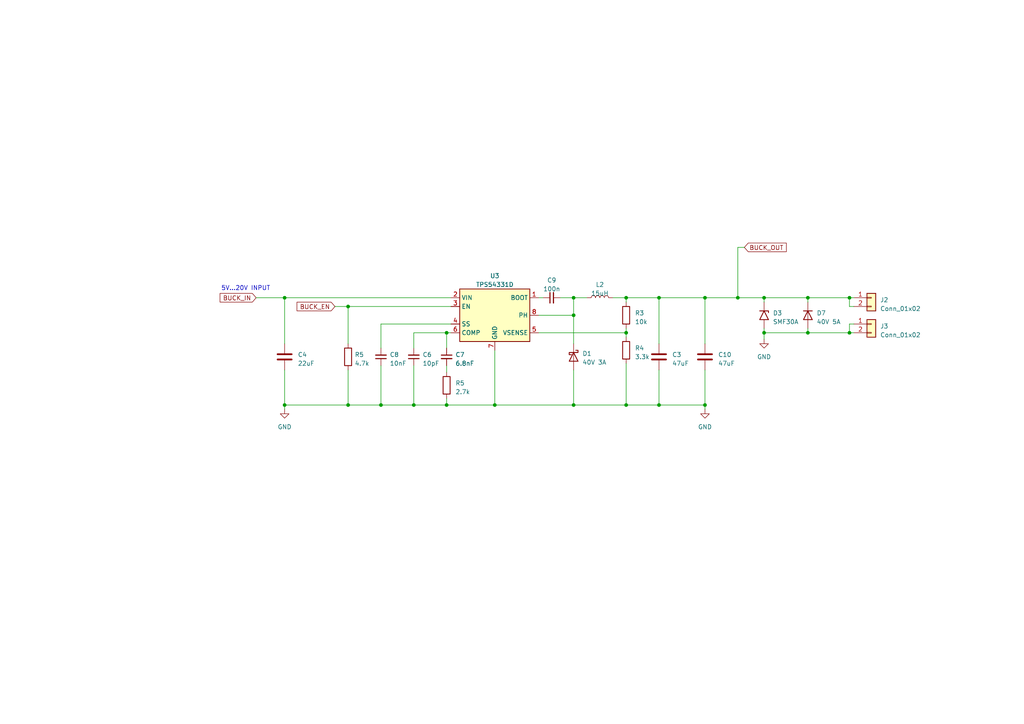
<source format=kicad_sch>
(kicad_sch (version 20230121) (generator eeschema)

  (uuid 1460dd82-8011-408f-94d8-389400da716d)

  (paper "A4")

  (lib_symbols
    (symbol "Connector_Generic:Conn_01x02" (pin_names (offset 1.016) hide) (in_bom yes) (on_board yes)
      (property "Reference" "J" (at 0 2.54 0)
        (effects (font (size 1.27 1.27)))
      )
      (property "Value" "Conn_01x02" (at 0 -5.08 0)
        (effects (font (size 1.27 1.27)))
      )
      (property "Footprint" "" (at 0 0 0)
        (effects (font (size 1.27 1.27)) hide)
      )
      (property "Datasheet" "~" (at 0 0 0)
        (effects (font (size 1.27 1.27)) hide)
      )
      (property "ki_keywords" "connector" (at 0 0 0)
        (effects (font (size 1.27 1.27)) hide)
      )
      (property "ki_description" "Generic connector, single row, 01x02, script generated (kicad-library-utils/schlib/autogen/connector/)" (at 0 0 0)
        (effects (font (size 1.27 1.27)) hide)
      )
      (property "ki_fp_filters" "Connector*:*_1x??_*" (at 0 0 0)
        (effects (font (size 1.27 1.27)) hide)
      )
      (symbol "Conn_01x02_1_1"
        (rectangle (start -1.27 -2.413) (end 0 -2.667)
          (stroke (width 0.1524) (type default))
          (fill (type none))
        )
        (rectangle (start -1.27 0.127) (end 0 -0.127)
          (stroke (width 0.1524) (type default))
          (fill (type none))
        )
        (rectangle (start -1.27 1.27) (end 1.27 -3.81)
          (stroke (width 0.254) (type default))
          (fill (type background))
        )
        (pin passive line (at -5.08 0 0) (length 3.81)
          (name "Pin_1" (effects (font (size 1.27 1.27))))
          (number "1" (effects (font (size 1.27 1.27))))
        )
        (pin passive line (at -5.08 -2.54 0) (length 3.81)
          (name "Pin_2" (effects (font (size 1.27 1.27))))
          (number "2" (effects (font (size 1.27 1.27))))
        )
      )
    )
    (symbol "Device:C" (pin_numbers hide) (pin_names (offset 0.254)) (in_bom yes) (on_board yes)
      (property "Reference" "C" (at 0.635 2.54 0)
        (effects (font (size 1.27 1.27)) (justify left))
      )
      (property "Value" "C" (at 0.635 -2.54 0)
        (effects (font (size 1.27 1.27)) (justify left))
      )
      (property "Footprint" "" (at 0.9652 -3.81 0)
        (effects (font (size 1.27 1.27)) hide)
      )
      (property "Datasheet" "~" (at 0 0 0)
        (effects (font (size 1.27 1.27)) hide)
      )
      (property "ki_keywords" "cap capacitor" (at 0 0 0)
        (effects (font (size 1.27 1.27)) hide)
      )
      (property "ki_description" "Unpolarized capacitor" (at 0 0 0)
        (effects (font (size 1.27 1.27)) hide)
      )
      (property "ki_fp_filters" "C_*" (at 0 0 0)
        (effects (font (size 1.27 1.27)) hide)
      )
      (symbol "C_0_1"
        (polyline
          (pts
            (xy -2.032 -0.762)
            (xy 2.032 -0.762)
          )
          (stroke (width 0.508) (type default))
          (fill (type none))
        )
        (polyline
          (pts
            (xy -2.032 0.762)
            (xy 2.032 0.762)
          )
          (stroke (width 0.508) (type default))
          (fill (type none))
        )
      )
      (symbol "C_1_1"
        (pin passive line (at 0 3.81 270) (length 2.794)
          (name "~" (effects (font (size 1.27 1.27))))
          (number "1" (effects (font (size 1.27 1.27))))
        )
        (pin passive line (at 0 -3.81 90) (length 2.794)
          (name "~" (effects (font (size 1.27 1.27))))
          (number "2" (effects (font (size 1.27 1.27))))
        )
      )
    )
    (symbol "Device:C_Small" (pin_numbers hide) (pin_names (offset 0.254) hide) (in_bom yes) (on_board yes)
      (property "Reference" "C" (at 0.254 1.778 0)
        (effects (font (size 1.27 1.27)) (justify left))
      )
      (property "Value" "C_Small" (at 0.254 -2.032 0)
        (effects (font (size 1.27 1.27)) (justify left))
      )
      (property "Footprint" "" (at 0 0 0)
        (effects (font (size 1.27 1.27)) hide)
      )
      (property "Datasheet" "~" (at 0 0 0)
        (effects (font (size 1.27 1.27)) hide)
      )
      (property "ki_keywords" "capacitor cap" (at 0 0 0)
        (effects (font (size 1.27 1.27)) hide)
      )
      (property "ki_description" "Unpolarized capacitor, small symbol" (at 0 0 0)
        (effects (font (size 1.27 1.27)) hide)
      )
      (property "ki_fp_filters" "C_*" (at 0 0 0)
        (effects (font (size 1.27 1.27)) hide)
      )
      (symbol "C_Small_0_1"
        (polyline
          (pts
            (xy -1.524 -0.508)
            (xy 1.524 -0.508)
          )
          (stroke (width 0.3302) (type default))
          (fill (type none))
        )
        (polyline
          (pts
            (xy -1.524 0.508)
            (xy 1.524 0.508)
          )
          (stroke (width 0.3048) (type default))
          (fill (type none))
        )
      )
      (symbol "C_Small_1_1"
        (pin passive line (at 0 2.54 270) (length 2.032)
          (name "~" (effects (font (size 1.27 1.27))))
          (number "1" (effects (font (size 1.27 1.27))))
        )
        (pin passive line (at 0 -2.54 90) (length 2.032)
          (name "~" (effects (font (size 1.27 1.27))))
          (number "2" (effects (font (size 1.27 1.27))))
        )
      )
    )
    (symbol "Device:D" (pin_numbers hide) (pin_names (offset 1.016) hide) (in_bom yes) (on_board yes)
      (property "Reference" "D" (at 0 2.54 0)
        (effects (font (size 1.27 1.27)))
      )
      (property "Value" "D" (at 0 -2.54 0)
        (effects (font (size 1.27 1.27)))
      )
      (property "Footprint" "" (at 0 0 0)
        (effects (font (size 1.27 1.27)) hide)
      )
      (property "Datasheet" "~" (at 0 0 0)
        (effects (font (size 1.27 1.27)) hide)
      )
      (property "Sim.Device" "D" (at 0 0 0)
        (effects (font (size 1.27 1.27)) hide)
      )
      (property "Sim.Pins" "1=K 2=A" (at 0 0 0)
        (effects (font (size 1.27 1.27)) hide)
      )
      (property "ki_keywords" "diode" (at 0 0 0)
        (effects (font (size 1.27 1.27)) hide)
      )
      (property "ki_description" "Diode" (at 0 0 0)
        (effects (font (size 1.27 1.27)) hide)
      )
      (property "ki_fp_filters" "TO-???* *_Diode_* *SingleDiode* D_*" (at 0 0 0)
        (effects (font (size 1.27 1.27)) hide)
      )
      (symbol "D_0_1"
        (polyline
          (pts
            (xy -1.27 1.27)
            (xy -1.27 -1.27)
          )
          (stroke (width 0.254) (type default))
          (fill (type none))
        )
        (polyline
          (pts
            (xy 1.27 0)
            (xy -1.27 0)
          )
          (stroke (width 0) (type default))
          (fill (type none))
        )
        (polyline
          (pts
            (xy 1.27 1.27)
            (xy 1.27 -1.27)
            (xy -1.27 0)
            (xy 1.27 1.27)
          )
          (stroke (width 0.254) (type default))
          (fill (type none))
        )
      )
      (symbol "D_1_1"
        (pin passive line (at -3.81 0 0) (length 2.54)
          (name "K" (effects (font (size 1.27 1.27))))
          (number "1" (effects (font (size 1.27 1.27))))
        )
        (pin passive line (at 3.81 0 180) (length 2.54)
          (name "A" (effects (font (size 1.27 1.27))))
          (number "2" (effects (font (size 1.27 1.27))))
        )
      )
    )
    (symbol "Device:L" (pin_numbers hide) (pin_names (offset 1.016) hide) (in_bom yes) (on_board yes)
      (property "Reference" "L" (at -1.27 0 90)
        (effects (font (size 1.27 1.27)))
      )
      (property "Value" "L" (at 1.905 0 90)
        (effects (font (size 1.27 1.27)))
      )
      (property "Footprint" "" (at 0 0 0)
        (effects (font (size 1.27 1.27)) hide)
      )
      (property "Datasheet" "~" (at 0 0 0)
        (effects (font (size 1.27 1.27)) hide)
      )
      (property "ki_keywords" "inductor choke coil reactor magnetic" (at 0 0 0)
        (effects (font (size 1.27 1.27)) hide)
      )
      (property "ki_description" "Inductor" (at 0 0 0)
        (effects (font (size 1.27 1.27)) hide)
      )
      (property "ki_fp_filters" "Choke_* *Coil* Inductor_* L_*" (at 0 0 0)
        (effects (font (size 1.27 1.27)) hide)
      )
      (symbol "L_0_1"
        (arc (start 0 -2.54) (mid 0.6323 -1.905) (end 0 -1.27)
          (stroke (width 0) (type default))
          (fill (type none))
        )
        (arc (start 0 -1.27) (mid 0.6323 -0.635) (end 0 0)
          (stroke (width 0) (type default))
          (fill (type none))
        )
        (arc (start 0 0) (mid 0.6323 0.635) (end 0 1.27)
          (stroke (width 0) (type default))
          (fill (type none))
        )
        (arc (start 0 1.27) (mid 0.6323 1.905) (end 0 2.54)
          (stroke (width 0) (type default))
          (fill (type none))
        )
      )
      (symbol "L_1_1"
        (pin passive line (at 0 3.81 270) (length 1.27)
          (name "1" (effects (font (size 1.27 1.27))))
          (number "1" (effects (font (size 1.27 1.27))))
        )
        (pin passive line (at 0 -3.81 90) (length 1.27)
          (name "2" (effects (font (size 1.27 1.27))))
          (number "2" (effects (font (size 1.27 1.27))))
        )
      )
    )
    (symbol "Device:R" (pin_numbers hide) (pin_names (offset 0)) (in_bom yes) (on_board yes)
      (property "Reference" "R" (at 2.032 0 90)
        (effects (font (size 1.27 1.27)))
      )
      (property "Value" "R" (at 0 0 90)
        (effects (font (size 1.27 1.27)))
      )
      (property "Footprint" "" (at -1.778 0 90)
        (effects (font (size 1.27 1.27)) hide)
      )
      (property "Datasheet" "~" (at 0 0 0)
        (effects (font (size 1.27 1.27)) hide)
      )
      (property "ki_keywords" "R res resistor" (at 0 0 0)
        (effects (font (size 1.27 1.27)) hide)
      )
      (property "ki_description" "Resistor" (at 0 0 0)
        (effects (font (size 1.27 1.27)) hide)
      )
      (property "ki_fp_filters" "R_*" (at 0 0 0)
        (effects (font (size 1.27 1.27)) hide)
      )
      (symbol "R_0_1"
        (rectangle (start -1.016 -2.54) (end 1.016 2.54)
          (stroke (width 0.254) (type default))
          (fill (type none))
        )
      )
      (symbol "R_1_1"
        (pin passive line (at 0 3.81 270) (length 1.27)
          (name "~" (effects (font (size 1.27 1.27))))
          (number "1" (effects (font (size 1.27 1.27))))
        )
        (pin passive line (at 0 -3.81 90) (length 1.27)
          (name "~" (effects (font (size 1.27 1.27))))
          (number "2" (effects (font (size 1.27 1.27))))
        )
      )
    )
    (symbol "Diode:MBRA340" (pin_numbers hide) (pin_names hide) (in_bom yes) (on_board yes)
      (property "Reference" "D" (at 0 2.54 0)
        (effects (font (size 1.27 1.27)))
      )
      (property "Value" "MBRA340" (at 0 -2.54 0)
        (effects (font (size 1.27 1.27)))
      )
      (property "Footprint" "Diode_SMD:D_SMA" (at 0 -4.445 0)
        (effects (font (size 1.27 1.27)) hide)
      )
      (property "Datasheet" "https://www.onsemi.com/pub/Collateral/MBRA340T3-D.PDF" (at 0 0 0)
        (effects (font (size 1.27 1.27)) hide)
      )
      (property "ki_keywords" "diode Schottky" (at 0 0 0)
        (effects (font (size 1.27 1.27)) hide)
      )
      (property "ki_description" "40V 3A Schottky Barrier Rectifier Diode, SMA(DO-214AC)" (at 0 0 0)
        (effects (font (size 1.27 1.27)) hide)
      )
      (property "ki_fp_filters" "D*SMA*" (at 0 0 0)
        (effects (font (size 1.27 1.27)) hide)
      )
      (symbol "MBRA340_0_1"
        (polyline
          (pts
            (xy 1.27 0)
            (xy -1.27 0)
          )
          (stroke (width 0) (type default))
          (fill (type none))
        )
        (polyline
          (pts
            (xy 1.27 1.27)
            (xy 1.27 -1.27)
            (xy -1.27 0)
            (xy 1.27 1.27)
          )
          (stroke (width 0.254) (type default))
          (fill (type none))
        )
        (polyline
          (pts
            (xy -1.905 0.635)
            (xy -1.905 1.27)
            (xy -1.27 1.27)
            (xy -1.27 -1.27)
            (xy -0.635 -1.27)
            (xy -0.635 -0.635)
          )
          (stroke (width 0.254) (type default))
          (fill (type none))
        )
      )
      (symbol "MBRA340_1_1"
        (pin passive line (at -3.81 0 0) (length 2.54)
          (name "K" (effects (font (size 1.27 1.27))))
          (number "1" (effects (font (size 1.27 1.27))))
        )
        (pin passive line (at 3.81 0 180) (length 2.54)
          (name "A" (effects (font (size 1.27 1.27))))
          (number "2" (effects (font (size 1.27 1.27))))
        )
      )
    )
    (symbol "Diode:SMF30A" (pin_numbers hide) (pin_names (offset 1.016) hide) (in_bom yes) (on_board yes)
      (property "Reference" "D" (at 0 2.54 0)
        (effects (font (size 1.27 1.27)))
      )
      (property "Value" "SMF30A" (at 0 -2.54 0)
        (effects (font (size 1.27 1.27)))
      )
      (property "Footprint" "Diode_SMD:D_SMF" (at 0 -5.08 0)
        (effects (font (size 1.27 1.27)) hide)
      )
      (property "Datasheet" "https://www.vishay.com/doc?85881" (at -1.27 0 0)
        (effects (font (size 1.27 1.27)) hide)
      )
      (property "ki_keywords" "diode TVS voltage suppressor" (at 0 0 0)
        (effects (font (size 1.27 1.27)) hide)
      )
      (property "ki_description" "200W unidirectional Transil Transient Voltage Suppressor, 30Vrwm, SMF" (at 0 0 0)
        (effects (font (size 1.27 1.27)) hide)
      )
      (property "ki_fp_filters" "D*SMF*" (at 0 0 0)
        (effects (font (size 1.27 1.27)) hide)
      )
      (symbol "SMF30A_0_1"
        (polyline
          (pts
            (xy -0.762 1.27)
            (xy -1.27 1.27)
            (xy -1.27 -1.27)
          )
          (stroke (width 0.254) (type default))
          (fill (type none))
        )
        (polyline
          (pts
            (xy 1.27 1.27)
            (xy 1.27 -1.27)
            (xy -1.27 0)
            (xy 1.27 1.27)
          )
          (stroke (width 0.254) (type default))
          (fill (type none))
        )
      )
      (symbol "SMF30A_1_1"
        (pin passive line (at -3.81 0 0) (length 2.54)
          (name "A1" (effects (font (size 1.27 1.27))))
          (number "1" (effects (font (size 1.27 1.27))))
        )
        (pin passive line (at 3.81 0 180) (length 2.54)
          (name "A2" (effects (font (size 1.27 1.27))))
          (number "2" (effects (font (size 1.27 1.27))))
        )
      )
    )
    (symbol "TPS54331D:TPS54331D" (in_bom yes) (on_board yes)
      (property "Reference" "U" (at -8.89 8.89 0)
        (effects (font (size 1.27 1.27)))
      )
      (property "Value" "TPS54331D" (at 3.81 8.89 0)
        (effects (font (size 1.27 1.27)))
      )
      (property "Footprint" "Package_SO:SOIC-8_3.9x4.9mm_P1.27mm" (at 1.27 -9.144 0)
        (effects (font (size 1.27 1.27)) (justify left) hide)
      )
      (property "Datasheet" "https://www.ti.com/lit/gpn/tps54331" (at 1.27 -11.43 0)
        (effects (font (size 1.27 1.27)) (justify left) hide)
      )
      (property "ki_keywords" "Step-Down DC-DC Switching Regulator" (at 0 0 0)
        (effects (font (size 1.27 1.27)) hide)
      )
      (property "ki_description" "TPS54331 3-A, 28-V Input, Step Down DC-DC Converter With Eco-mode" (at 0 0 0)
        (effects (font (size 1.27 1.27)) hide)
      )
      (property "ki_fp_filters" "SOIC*3.9x4.9mm*" (at 0 0 0)
        (effects (font (size 1.27 1.27)) hide)
      )
      (symbol "TPS54331D_1_1"
        (rectangle (start -10.16 7.62) (end 10.16 -7.62)
          (stroke (width 0.254) (type default))
          (fill (type background))
        )
        (pin output line (at 12.7 5.08 180) (length 2.54)
          (name "BOOT" (effects (font (size 1.27 1.27))))
          (number "1" (effects (font (size 1.27 1.27))))
        )
        (pin power_in line (at -12.7 5.08 0) (length 2.54)
          (name "VIN" (effects (font (size 1.27 1.27))))
          (number "2" (effects (font (size 1.27 1.27))))
        )
        (pin input line (at -12.7 2.54 0) (length 2.54)
          (name "EN" (effects (font (size 1.27 1.27))))
          (number "3" (effects (font (size 1.27 1.27))))
        )
        (pin output line (at -12.7 -2.54 0) (length 2.54)
          (name "SS" (effects (font (size 1.27 1.27))))
          (number "4" (effects (font (size 1.27 1.27))))
        )
        (pin input line (at 12.7 -5.08 180) (length 2.54)
          (name "VSENSE" (effects (font (size 1.27 1.27))))
          (number "5" (effects (font (size 1.27 1.27))))
        )
        (pin output line (at -12.7 -5.08 0) (length 2.54)
          (name "COMP" (effects (font (size 1.27 1.27))))
          (number "6" (effects (font (size 1.27 1.27))))
        )
        (pin power_in line (at 0 -10.16 90) (length 2.54)
          (name "GND" (effects (font (size 1.27 1.27))))
          (number "7" (effects (font (size 1.27 1.27))))
        )
        (pin output line (at 12.7 0 180) (length 2.54)
          (name "PH" (effects (font (size 1.27 1.27))))
          (number "8" (effects (font (size 1.27 1.27))))
        )
      )
    )
    (symbol "power:GND" (power) (pin_names (offset 0)) (in_bom yes) (on_board yes)
      (property "Reference" "#PWR" (at 0 -6.35 0)
        (effects (font (size 1.27 1.27)) hide)
      )
      (property "Value" "GND" (at 0 -3.81 0)
        (effects (font (size 1.27 1.27)))
      )
      (property "Footprint" "" (at 0 0 0)
        (effects (font (size 1.27 1.27)) hide)
      )
      (property "Datasheet" "" (at 0 0 0)
        (effects (font (size 1.27 1.27)) hide)
      )
      (property "ki_keywords" "global power" (at 0 0 0)
        (effects (font (size 1.27 1.27)) hide)
      )
      (property "ki_description" "Power symbol creates a global label with name \"GND\" , ground" (at 0 0 0)
        (effects (font (size 1.27 1.27)) hide)
      )
      (symbol "GND_0_1"
        (polyline
          (pts
            (xy 0 0)
            (xy 0 -1.27)
            (xy 1.27 -1.27)
            (xy 0 -2.54)
            (xy -1.27 -1.27)
            (xy 0 -1.27)
          )
          (stroke (width 0) (type default))
          (fill (type none))
        )
      )
      (symbol "GND_1_1"
        (pin power_in line (at 0 0 270) (length 0) hide
          (name "GND" (effects (font (size 1.27 1.27))))
          (number "1" (effects (font (size 1.27 1.27))))
        )
      )
    )
  )

  (junction (at 221.615 96.52) (diameter 0) (color 0 0 0 0)
    (uuid 0218b1f4-b451-4815-9267-8f781e85223f)
  )
  (junction (at 100.965 88.9) (diameter 0) (color 0 0 0 0)
    (uuid 0979f97f-d47b-4122-81ec-b4bc34c52dff)
  )
  (junction (at 204.47 86.36) (diameter 0) (color 0 0 0 0)
    (uuid 0f814f35-1152-48d4-981f-ec578858a407)
  )
  (junction (at 246.38 86.36) (diameter 0) (color 0 0 0 0)
    (uuid 1403ee7d-bb92-4414-8fe3-39df8f1107c7)
  )
  (junction (at 181.61 86.36) (diameter 0) (color 0 0 0 0)
    (uuid 1829b512-3409-41b6-bd4e-0be80c155d09)
  )
  (junction (at 129.54 96.52) (diameter 0) (color 0 0 0 0)
    (uuid 2a445eb6-50cb-4642-9959-0c8c876f33bc)
  )
  (junction (at 181.61 117.475) (diameter 0) (color 0 0 0 0)
    (uuid 32575cbb-04b4-485d-a22f-e34e85bddf0e)
  )
  (junction (at 204.47 117.475) (diameter 0) (color 0 0 0 0)
    (uuid 32f41dad-64e7-4d22-8fa4-6589e3972e12)
  )
  (junction (at 221.615 86.36) (diameter 0) (color 0 0 0 0)
    (uuid 3419ed64-6994-481f-9497-c9e2ac771fcf)
  )
  (junction (at 181.61 96.52) (diameter 0) (color 0 0 0 0)
    (uuid 38e9e0ae-0157-4819-87b1-d49f29ba6261)
  )
  (junction (at 82.55 117.475) (diameter 0) (color 0 0 0 0)
    (uuid 3acfa29f-6002-4228-b852-fd3e7ff5d4c7)
  )
  (junction (at 213.995 86.36) (diameter 0) (color 0 0 0 0)
    (uuid 4d1d2200-9184-4f49-9e7e-f9faf6c5e943)
  )
  (junction (at 120.015 117.475) (diameter 0) (color 0 0 0 0)
    (uuid 5e64362b-5d9d-42e1-a797-3f2c82ccfb2e)
  )
  (junction (at 110.49 117.475) (diameter 0) (color 0 0 0 0)
    (uuid 6060bf37-36a2-49ce-8b33-3ff6614b39ae)
  )
  (junction (at 82.55 86.36) (diameter 0) (color 0 0 0 0)
    (uuid 7355a102-d947-41c0-8d22-95a1e8281a99)
  )
  (junction (at 246.38 96.52) (diameter 0) (color 0 0 0 0)
    (uuid 777104e4-b11c-4b9e-8a5d-99aa68bd25b7)
  )
  (junction (at 191.135 86.36) (diameter 0) (color 0 0 0 0)
    (uuid 8401cf94-8277-43a4-809f-acfa235aa037)
  )
  (junction (at 234.315 96.52) (diameter 0) (color 0 0 0 0)
    (uuid 855c1911-9842-429a-8782-c82e0d9097c7)
  )
  (junction (at 129.54 117.475) (diameter 0) (color 0 0 0 0)
    (uuid 88365564-c05c-49a9-a21f-70a5ddbe9de4)
  )
  (junction (at 166.37 86.36) (diameter 0) (color 0 0 0 0)
    (uuid a7cf6368-d0c0-4418-93d4-5c5b248bfc9a)
  )
  (junction (at 166.37 117.475) (diameter 0) (color 0 0 0 0)
    (uuid c77e0d78-33b0-4789-b4ec-89b07a60406f)
  )
  (junction (at 234.315 86.36) (diameter 0) (color 0 0 0 0)
    (uuid d0efd7df-a975-4f57-a028-ff0c01f76f07)
  )
  (junction (at 143.51 117.475) (diameter 0) (color 0 0 0 0)
    (uuid e00c3de3-0d24-4cf8-ba7f-8d9961d717dd)
  )
  (junction (at 100.965 117.475) (diameter 0) (color 0 0 0 0)
    (uuid e78244e8-ec6e-47f5-9a8a-32fc4f9d0dba)
  )
  (junction (at 166.37 91.44) (diameter 0) (color 0 0 0 0)
    (uuid f10eee0c-0fd2-4751-bcad-3086d8f3dacb)
  )
  (junction (at 191.135 117.475) (diameter 0) (color 0 0 0 0)
    (uuid febc1a7b-da35-4f76-b162-1e784fa9f3fd)
  )

  (wire (pts (xy 129.54 96.52) (xy 129.54 100.965))
    (stroke (width 0) (type default))
    (uuid 0c8fb1b5-0101-49fa-9a72-8cfb7db12513)
  )
  (wire (pts (xy 221.615 96.52) (xy 234.315 96.52))
    (stroke (width 0) (type default))
    (uuid 0d80b061-45c3-4044-941e-a0fa416ea366)
  )
  (wire (pts (xy 120.015 117.475) (xy 129.54 117.475))
    (stroke (width 0) (type default))
    (uuid 0ee7448a-3af5-444a-b39d-66e6e8c7e52d)
  )
  (wire (pts (xy 177.8 86.36) (xy 181.61 86.36))
    (stroke (width 0) (type default))
    (uuid 1de1f5ce-10bd-4ae0-8ea6-8cbc15bb5069)
  )
  (wire (pts (xy 166.37 99.695) (xy 166.37 91.44))
    (stroke (width 0) (type default))
    (uuid 2a52c682-77d0-409b-b99e-3cd0409f9940)
  )
  (wire (pts (xy 110.49 100.965) (xy 110.49 93.98))
    (stroke (width 0) (type default))
    (uuid 2bfb3e52-b50a-4c3a-b19a-a519dc4f3ca5)
  )
  (wire (pts (xy 120.015 100.965) (xy 120.015 96.52))
    (stroke (width 0) (type default))
    (uuid 2e22af03-76ff-4c80-817b-90387b328c8e)
  )
  (wire (pts (xy 181.61 95.25) (xy 181.61 96.52))
    (stroke (width 0) (type default))
    (uuid 32200232-041f-46d3-97fc-22e0a2463011)
  )
  (wire (pts (xy 221.615 86.36) (xy 221.615 87.63))
    (stroke (width 0) (type default))
    (uuid 328380fe-3623-4817-9c05-30df15608851)
  )
  (wire (pts (xy 82.55 117.475) (xy 100.965 117.475))
    (stroke (width 0) (type default))
    (uuid 32e44bc9-e62b-4edc-9d06-350e504c6023)
  )
  (wire (pts (xy 191.135 86.36) (xy 204.47 86.36))
    (stroke (width 0) (type default))
    (uuid 3d67348d-2155-4d8c-9476-bab038b16cc4)
  )
  (wire (pts (xy 166.37 117.475) (xy 181.61 117.475))
    (stroke (width 0) (type default))
    (uuid 42c459a4-04b3-4748-b7ed-38653d0d8b76)
  )
  (wire (pts (xy 213.995 71.755) (xy 215.9 71.755))
    (stroke (width 0) (type default))
    (uuid 458d9a7a-769f-43e7-a97c-481319dcc7e9)
  )
  (wire (pts (xy 82.55 117.475) (xy 82.55 118.745))
    (stroke (width 0) (type default))
    (uuid 48a52e81-e264-491f-b0b2-2d5893c91b3a)
  )
  (wire (pts (xy 246.38 86.36) (xy 246.38 88.9))
    (stroke (width 0) (type default))
    (uuid 4991600b-7a98-4e6f-b4c4-d6fa2f27a575)
  )
  (wire (pts (xy 181.61 86.36) (xy 191.135 86.36))
    (stroke (width 0) (type default))
    (uuid 4da7107d-08fa-4e59-b366-911a3e17e964)
  )
  (wire (pts (xy 234.315 86.36) (xy 246.38 86.36))
    (stroke (width 0) (type default))
    (uuid 536c7295-d9e9-472d-a42e-f5affa68bda2)
  )
  (wire (pts (xy 246.38 93.98) (xy 246.38 96.52))
    (stroke (width 0) (type default))
    (uuid 5928a2f7-935d-47c4-b29b-cabe18db3186)
  )
  (wire (pts (xy 181.61 87.63) (xy 181.61 86.36))
    (stroke (width 0) (type default))
    (uuid 5b2720b2-49ab-4354-800a-35fe254127ec)
  )
  (wire (pts (xy 166.37 107.315) (xy 166.37 117.475))
    (stroke (width 0) (type default))
    (uuid 5bdacc11-a5a9-4912-97bf-dfea52a7acf3)
  )
  (wire (pts (xy 213.995 86.36) (xy 204.47 86.36))
    (stroke (width 0) (type default))
    (uuid 5e2c21f5-2533-4bdc-b8a0-86754b300f1f)
  )
  (wire (pts (xy 246.38 86.36) (xy 247.65 86.36))
    (stroke (width 0) (type default))
    (uuid 5ecdc84c-a425-485c-a71c-46bb95877179)
  )
  (wire (pts (xy 100.965 107.315) (xy 100.965 117.475))
    (stroke (width 0) (type default))
    (uuid 5f68ebc3-30d6-4799-8fcd-bf8930732ff1)
  )
  (wire (pts (xy 166.37 91.44) (xy 166.37 86.36))
    (stroke (width 0) (type default))
    (uuid 60a5d349-f45c-40ab-ac32-b397b441cbfb)
  )
  (wire (pts (xy 191.135 117.475) (xy 204.47 117.475))
    (stroke (width 0) (type default))
    (uuid 63e991f7-4cc1-409c-a28e-36a1df8a93f1)
  )
  (wire (pts (xy 221.615 96.52) (xy 221.615 98.425))
    (stroke (width 0) (type default))
    (uuid 660e9be6-945f-4fd8-bead-eb1c4839668a)
  )
  (wire (pts (xy 110.49 117.475) (xy 120.015 117.475))
    (stroke (width 0) (type default))
    (uuid 6b0982fb-62d7-4e3f-9e49-35d0de50f033)
  )
  (wire (pts (xy 120.015 96.52) (xy 129.54 96.52))
    (stroke (width 0) (type default))
    (uuid 6c756fbd-ebd9-4875-858d-3b83544c4739)
  )
  (wire (pts (xy 234.315 86.36) (xy 234.315 87.63))
    (stroke (width 0) (type default))
    (uuid 6f5f4bdf-a290-46f4-ad62-b758763ad223)
  )
  (wire (pts (xy 97.155 88.9) (xy 100.965 88.9))
    (stroke (width 0) (type default))
    (uuid 70865a9e-51b5-4f40-a1b0-85659a162b74)
  )
  (wire (pts (xy 234.315 95.25) (xy 234.315 96.52))
    (stroke (width 0) (type default))
    (uuid 708947ba-c42f-424b-9be1-c563cd2fe72d)
  )
  (wire (pts (xy 156.21 86.36) (xy 157.48 86.36))
    (stroke (width 0) (type default))
    (uuid 711c9a0b-3850-468a-8b8e-06a6a5816e24)
  )
  (wire (pts (xy 162.56 86.36) (xy 166.37 86.36))
    (stroke (width 0) (type default))
    (uuid 729de07e-7771-4db2-9f60-eee47909195a)
  )
  (wire (pts (xy 82.55 86.36) (xy 74.295 86.36))
    (stroke (width 0) (type default))
    (uuid 72ead180-7989-4cff-bf0a-bcff03930807)
  )
  (wire (pts (xy 82.55 99.695) (xy 82.55 86.36))
    (stroke (width 0) (type default))
    (uuid 73723ef4-8b5c-421b-b867-779ce477b477)
  )
  (wire (pts (xy 204.47 86.36) (xy 204.47 99.695))
    (stroke (width 0) (type default))
    (uuid 75536c27-93c9-4986-9d83-ca396517c141)
  )
  (wire (pts (xy 143.51 101.6) (xy 143.51 117.475))
    (stroke (width 0) (type default))
    (uuid 794434f2-85ea-4109-87be-53411241b78c)
  )
  (wire (pts (xy 221.615 95.25) (xy 221.615 96.52))
    (stroke (width 0) (type default))
    (uuid 7ab0d829-e4d3-4205-9b76-6910ce675c5c)
  )
  (wire (pts (xy 181.61 105.41) (xy 181.61 117.475))
    (stroke (width 0) (type default))
    (uuid 837344f4-5167-4e77-9997-f95c839803e0)
  )
  (wire (pts (xy 100.965 117.475) (xy 110.49 117.475))
    (stroke (width 0) (type default))
    (uuid 85f0a9ae-6cd6-46dc-8272-a74c9d72df7c)
  )
  (wire (pts (xy 181.61 96.52) (xy 181.61 97.79))
    (stroke (width 0) (type default))
    (uuid 8bd772fa-9052-4878-9a2d-bcaf4681e3e3)
  )
  (wire (pts (xy 100.965 88.9) (xy 100.965 99.695))
    (stroke (width 0) (type default))
    (uuid 8cf2fa50-ada4-421a-bd03-d8938ad34daf)
  )
  (wire (pts (xy 246.38 96.52) (xy 247.65 96.52))
    (stroke (width 0) (type default))
    (uuid 8f3e71ec-13af-4639-b4e0-9f2839d335a7)
  )
  (wire (pts (xy 100.965 88.9) (xy 130.81 88.9))
    (stroke (width 0) (type default))
    (uuid 96646f96-3f01-40a4-b21b-57bcff74bfb3)
  )
  (wire (pts (xy 110.49 93.98) (xy 130.81 93.98))
    (stroke (width 0) (type default))
    (uuid a0b65935-175b-4494-82e3-7ab6bea8c66c)
  )
  (wire (pts (xy 213.995 86.36) (xy 221.615 86.36))
    (stroke (width 0) (type default))
    (uuid a120b11b-25cd-46ce-977b-35565020fabd)
  )
  (wire (pts (xy 234.315 96.52) (xy 246.38 96.52))
    (stroke (width 0) (type default))
    (uuid a282c192-fdb4-41a5-a4f0-68e529694435)
  )
  (wire (pts (xy 246.38 88.9) (xy 247.65 88.9))
    (stroke (width 0) (type default))
    (uuid a793d58b-feea-42f8-aa81-590e43ef4775)
  )
  (wire (pts (xy 110.49 106.045) (xy 110.49 117.475))
    (stroke (width 0) (type default))
    (uuid a81f0c8f-d4cf-43bd-bbdf-517fbbf880e2)
  )
  (wire (pts (xy 156.21 91.44) (xy 166.37 91.44))
    (stroke (width 0) (type default))
    (uuid a8d0888e-0e39-4606-be80-160011e449b0)
  )
  (wire (pts (xy 156.21 96.52) (xy 181.61 96.52))
    (stroke (width 0) (type default))
    (uuid b52b1c2f-278e-4022-9efd-fa9097f47ae4)
  )
  (wire (pts (xy 247.65 93.98) (xy 246.38 93.98))
    (stroke (width 0) (type default))
    (uuid bb1e4c2f-f95c-450b-9276-061024bf4a4c)
  )
  (wire (pts (xy 129.54 107.95) (xy 129.54 106.045))
    (stroke (width 0) (type default))
    (uuid bca0a759-956e-4c7b-baa2-2b23bf6a9338)
  )
  (wire (pts (xy 213.995 71.755) (xy 213.995 86.36))
    (stroke (width 0) (type default))
    (uuid c25bd822-bc9d-4602-be61-c149cf2624af)
  )
  (wire (pts (xy 191.135 86.36) (xy 191.135 99.695))
    (stroke (width 0) (type default))
    (uuid c2b0cf2e-a578-437a-91cc-100679cd5a14)
  )
  (wire (pts (xy 129.54 96.52) (xy 130.81 96.52))
    (stroke (width 0) (type default))
    (uuid d18fb3d4-4a2e-4a3c-ba17-8cf0358bc29c)
  )
  (wire (pts (xy 120.015 106.045) (xy 120.015 117.475))
    (stroke (width 0) (type default))
    (uuid d6623973-84f2-431b-9901-9b5524f2d6ed)
  )
  (wire (pts (xy 129.54 115.57) (xy 129.54 117.475))
    (stroke (width 0) (type default))
    (uuid d91eb161-dc32-4d01-b3ea-3df08e9254c1)
  )
  (wire (pts (xy 181.61 117.475) (xy 191.135 117.475))
    (stroke (width 0) (type default))
    (uuid dcbdcf00-17d2-4d05-8fc5-bf6a3d2930db)
  )
  (wire (pts (xy 166.37 86.36) (xy 170.18 86.36))
    (stroke (width 0) (type default))
    (uuid df847c65-ca0a-4057-b08c-b744bfdffa1d)
  )
  (wire (pts (xy 221.615 86.36) (xy 234.315 86.36))
    (stroke (width 0) (type default))
    (uuid e1467295-2d98-44a2-87e9-1d8cf06997bc)
  )
  (wire (pts (xy 143.51 117.475) (xy 166.37 117.475))
    (stroke (width 0) (type default))
    (uuid e225b258-d766-4fc7-a2f2-d84d28cd6c6d)
  )
  (wire (pts (xy 82.55 86.36) (xy 130.81 86.36))
    (stroke (width 0) (type default))
    (uuid e798cbf7-8ca0-4188-9bbb-30227359a15a)
  )
  (wire (pts (xy 204.47 118.745) (xy 204.47 117.475))
    (stroke (width 0) (type default))
    (uuid ed0ff50e-bca7-444c-a498-419661b55234)
  )
  (wire (pts (xy 204.47 107.315) (xy 204.47 117.475))
    (stroke (width 0) (type default))
    (uuid f0111ba3-decd-45e4-aff4-b9aa8034fb9b)
  )
  (wire (pts (xy 82.55 107.315) (xy 82.55 117.475))
    (stroke (width 0) (type default))
    (uuid f2ff9f8c-8fc7-466f-80f0-302f82eb967f)
  )
  (wire (pts (xy 191.135 107.315) (xy 191.135 117.475))
    (stroke (width 0) (type default))
    (uuid f497160d-67d0-4f66-b72b-374ea7e2cb0f)
  )
  (wire (pts (xy 129.54 117.475) (xy 143.51 117.475))
    (stroke (width 0) (type default))
    (uuid fc96b73f-14af-460b-8d6b-bac1a348f98f)
  )

  (text "5V...20V INPUT" (at 64.135 84.455 0)
    (effects (font (size 1.27 1.27)) (justify left bottom))
    (uuid cdee7daf-cfe4-40aa-9e0b-f873afa24449)
  )

  (global_label "BUCK_IN" (shape input) (at 74.295 86.36 180) (fields_autoplaced)
    (effects (font (size 1.27 1.27)) (justify right))
    (uuid 35268780-725c-459e-8787-e4d73c53c1a4)
    (property "Intersheetrefs" "${INTERSHEET_REFS}" (at 63.3458 86.36 0)
      (effects (font (size 1.27 1.27)) (justify right) hide)
    )
  )
  (global_label "BUCK_OUT" (shape input) (at 215.9 71.755 0) (fields_autoplaced)
    (effects (font (size 1.27 1.27)) (justify left))
    (uuid bdbb76a3-0f15-4d48-b12c-e8e9dd9a6f7f)
    (property "Intersheetrefs" "${INTERSHEET_REFS}" (at 228.5425 71.755 0)
      (effects (font (size 1.27 1.27)) (justify left) hide)
    )
  )
  (global_label "BUCK_EN" (shape input) (at 97.155 88.9 180) (fields_autoplaced)
    (effects (font (size 1.27 1.27)) (justify right))
    (uuid c9302fbb-938d-41e7-8dac-808379c79111)
    (property "Intersheetrefs" "${INTERSHEET_REFS}" (at 85.6616 88.9 0)
      (effects (font (size 1.27 1.27)) (justify right) hide)
    )
  )

  (symbol (lib_id "Diode:MBRA340") (at 166.37 103.505 270) (unit 1)
    (in_bom yes) (on_board yes) (dnp no) (fields_autoplaced)
    (uuid 0688d849-1d27-4d83-887b-bf96b4cce6ee)
    (property "Reference" "D1" (at 168.91 102.5525 90)
      (effects (font (size 1.27 1.27)) (justify left))
    )
    (property "Value" "40V 3A" (at 168.91 105.0925 90)
      (effects (font (size 1.27 1.27)) (justify left))
    )
    (property "Footprint" "Diode_SMD:D_SMA" (at 161.925 103.505 0)
      (effects (font (size 1.27 1.27)) hide)
    )
    (property "Datasheet" "https://www.onsemi.com/pub/Collateral/MBRA340T3-D.PDF" (at 166.37 103.505 0)
      (effects (font (size 1.27 1.27)) hide)
    )
    (property "Manufacturer partnumber" "" (at 166.37 103.505 0)
      (effects (font (size 1.27 1.27)) hide)
    )
    (property "Supplier partnumber" "" (at 166.37 103.505 0)
      (effects (font (size 1.27 1.27)) hide)
    )
    (pin "1" (uuid 6d8e1c9f-c94e-40aa-a5be-83e61f4574b7))
    (pin "2" (uuid 62fab3f6-8f79-4e68-82bc-c404ec2fb0c6))
    (instances
      (project "stm32_dev"
        (path "/d5b73f8c-f0eb-4ae0-ba22-98374b82b159"
          (reference "D1") (unit 1)
        )
        (path "/d5b73f8c-f0eb-4ae0-ba22-98374b82b159/95d3b229-7379-4637-b7db-71715b8a5130"
          (reference "D1") (unit 1)
        )
      )
    )
  )

  (symbol (lib_id "Device:C_Small") (at 160.02 86.36 90) (unit 1)
    (in_bom yes) (on_board yes) (dnp no)
    (uuid 1022fdd5-1d39-4492-ac2b-de8ef421d18c)
    (property "Reference" "C9" (at 160.0263 81.28 90)
      (effects (font (size 1.27 1.27)))
    )
    (property "Value" "100n" (at 160.0263 83.82 90)
      (effects (font (size 1.27 1.27)))
    )
    (property "Footprint" "Capacitor_SMD:C_0402_1005Metric" (at 160.02 86.36 0)
      (effects (font (size 1.27 1.27)) hide)
    )
    (property "Datasheet" "~" (at 160.02 86.36 0)
      (effects (font (size 1.27 1.27)) hide)
    )
    (property "Manufacturer partnumber" "" (at 160.02 86.36 0)
      (effects (font (size 1.27 1.27)) hide)
    )
    (property "Supplier partnumber" "" (at 160.02 86.36 0)
      (effects (font (size 1.27 1.27)) hide)
    )
    (pin "1" (uuid 56c1b486-d627-4538-aee9-6d8a248ec54d))
    (pin "2" (uuid 1c23fdf8-7ae4-403a-a7c3-259757e4b827))
    (instances
      (project "stm32_dev"
        (path "/d5b73f8c-f0eb-4ae0-ba22-98374b82b159"
          (reference "C9") (unit 1)
        )
        (path "/d5b73f8c-f0eb-4ae0-ba22-98374b82b159/95d3b229-7379-4637-b7db-71715b8a5130"
          (reference "C8") (unit 1)
        )
      )
    )
  )

  (symbol (lib_id "Device:R") (at 181.61 101.6 0) (unit 1)
    (in_bom yes) (on_board yes) (dnp no) (fields_autoplaced)
    (uuid 15f561cd-6170-4cbf-8d4e-f72a31ab2ba0)
    (property "Reference" "R4" (at 184.15 100.965 0)
      (effects (font (size 1.27 1.27)) (justify left))
    )
    (property "Value" "3.3k" (at 184.15 103.505 0)
      (effects (font (size 1.27 1.27)) (justify left))
    )
    (property "Footprint" "Resistor_SMD:R_0402_1005Metric" (at 179.832 101.6 90)
      (effects (font (size 1.27 1.27)) hide)
    )
    (property "Datasheet" "~" (at 181.61 101.6 0)
      (effects (font (size 1.27 1.27)) hide)
    )
    (property "Manufacturer partnumber" "" (at 181.61 101.6 0)
      (effects (font (size 1.27 1.27)) hide)
    )
    (property "Supplier partnumber" "" (at 181.61 101.6 0)
      (effects (font (size 1.27 1.27)) hide)
    )
    (pin "1" (uuid 3e3df752-a9f5-4a6d-83ce-eb51d841969f))
    (pin "2" (uuid 8c0d48eb-81de-45d9-bfdf-ad385af2e02e))
    (instances
      (project "stm32_dev"
        (path "/d5b73f8c-f0eb-4ae0-ba22-98374b82b159"
          (reference "R4") (unit 1)
        )
        (path "/d5b73f8c-f0eb-4ae0-ba22-98374b82b159/95d3b229-7379-4637-b7db-71715b8a5130"
          (reference "R5") (unit 1)
        )
      )
    )
  )

  (symbol (lib_id "power:GND") (at 221.615 98.425 0) (unit 1)
    (in_bom yes) (on_board yes) (dnp no) (fields_autoplaced)
    (uuid 19e6586e-67cc-4ed4-94a5-1a70d12c610f)
    (property "Reference" "#PWR06" (at 221.615 104.775 0)
      (effects (font (size 1.27 1.27)) hide)
    )
    (property "Value" "GND" (at 221.615 103.505 0)
      (effects (font (size 1.27 1.27)))
    )
    (property "Footprint" "" (at 221.615 98.425 0)
      (effects (font (size 1.27 1.27)) hide)
    )
    (property "Datasheet" "" (at 221.615 98.425 0)
      (effects (font (size 1.27 1.27)) hide)
    )
    (pin "1" (uuid 80ee09b3-d92a-423e-82ca-fd2e673f3c27))
    (instances
      (project "stm32_dev"
        (path "/d5b73f8c-f0eb-4ae0-ba22-98374b82b159"
          (reference "#PWR06") (unit 1)
        )
        (path "/d5b73f8c-f0eb-4ae0-ba22-98374b82b159/3fea2d9c-a85b-42bc-a48d-88768958759d"
          (reference "#PWR014") (unit 1)
        )
        (path "/d5b73f8c-f0eb-4ae0-ba22-98374b82b159/ece7de80-be7a-4c1e-a0cd-dc2f22f593c7"
          (reference "#PWR015") (unit 1)
        )
        (path "/d5b73f8c-f0eb-4ae0-ba22-98374b82b159/95d3b229-7379-4637-b7db-71715b8a5130"
          (reference "#PWR020") (unit 1)
        )
      )
    )
  )

  (symbol (lib_id "TPS54331D:TPS54331D") (at 143.51 91.44 0) (unit 1)
    (in_bom yes) (on_board yes) (dnp no) (fields_autoplaced)
    (uuid 30fc23b5-2ce4-45c2-bc05-546721faffc2)
    (property "Reference" "U3" (at 143.51 80.01 0)
      (effects (font (size 1.27 1.27)))
    )
    (property "Value" "TPS54331D" (at 143.51 82.55 0)
      (effects (font (size 1.27 1.27)))
    )
    (property "Footprint" "Package_SO:SOIC-8_3.9x4.9mm_P1.27mm" (at 144.78 100.584 0)
      (effects (font (size 1.27 1.27)) (justify left) hide)
    )
    (property "Datasheet" "https://www.ti.com/lit/gpn/tps54331" (at 144.78 102.87 0)
      (effects (font (size 1.27 1.27)) (justify left) hide)
    )
    (property "Manufacturer partnumber" "" (at 143.51 91.44 0)
      (effects (font (size 1.27 1.27)) hide)
    )
    (property "Supplier partnumber" "" (at 143.51 91.44 0)
      (effects (font (size 1.27 1.27)) hide)
    )
    (pin "1" (uuid 90aa8bb3-615b-47ad-bd52-9ff27632ccd0))
    (pin "2" (uuid 70fd1eac-7ddf-4010-ba11-be30d2bc80d4))
    (pin "3" (uuid abe1ed1f-19f0-4946-bfaf-5ef0491a8d45))
    (pin "4" (uuid 9c5b6de1-697d-4b7a-b709-948cba87df45))
    (pin "5" (uuid 1d409e48-63e2-43f6-8ca2-68b55b1819ac))
    (pin "6" (uuid 98b83434-cac0-46b6-84e4-9cebd6c96a7d))
    (pin "7" (uuid c6ee4bae-5cea-412f-aa8d-9879ccf84058))
    (pin "8" (uuid 783af826-7d3a-4e8b-b0d3-5a4180909e3b))
    (instances
      (project "stm32_dev"
        (path "/d5b73f8c-f0eb-4ae0-ba22-98374b82b159"
          (reference "U3") (unit 1)
        )
        (path "/d5b73f8c-f0eb-4ae0-ba22-98374b82b159/95d3b229-7379-4637-b7db-71715b8a5130"
          (reference "U3") (unit 1)
        )
      )
    )
  )

  (symbol (lib_id "Device:D") (at 234.315 91.44 270) (unit 1)
    (in_bom yes) (on_board yes) (dnp no) (fields_autoplaced)
    (uuid 43bcd7e2-d52b-41a4-89db-96f529268df2)
    (property "Reference" "D7" (at 236.855 90.805 90)
      (effects (font (size 1.27 1.27)) (justify left))
    )
    (property "Value" "40V 5A" (at 236.855 93.345 90)
      (effects (font (size 1.27 1.27)) (justify left))
    )
    (property "Footprint" "Diode_SMD:D_SMC" (at 234.315 91.44 0)
      (effects (font (size 1.27 1.27)) hide)
    )
    (property "Datasheet" "~" (at 234.315 91.44 0)
      (effects (font (size 1.27 1.27)) hide)
    )
    (property "Sim.Device" "D" (at 234.315 91.44 0)
      (effects (font (size 1.27 1.27)) hide)
    )
    (property "Sim.Pins" "1=K 2=A" (at 234.315 91.44 0)
      (effects (font (size 1.27 1.27)) hide)
    )
    (pin "1" (uuid c110a800-0d83-4adf-9f48-c2298286f698))
    (pin "2" (uuid 11f0c8d5-9180-4b6b-8df7-9eb39e8259dd))
    (instances
      (project "stm32_dev"
        (path "/d5b73f8c-f0eb-4ae0-ba22-98374b82b159/ece7de80-be7a-4c1e-a0cd-dc2f22f593c7"
          (reference "D7") (unit 1)
        )
        (path "/d5b73f8c-f0eb-4ae0-ba22-98374b82b159/95d3b229-7379-4637-b7db-71715b8a5130"
          (reference "D9") (unit 1)
        )
      )
    )
  )

  (symbol (lib_id "Device:L") (at 173.99 86.36 90) (unit 1)
    (in_bom yes) (on_board yes) (dnp no)
    (uuid 47dca23c-f52c-48cb-bc91-5335ebe9e8f4)
    (property "Reference" "L2" (at 173.99 82.55 90)
      (effects (font (size 1.27 1.27)))
    )
    (property "Value" "15uH" (at 173.99 85.09 90)
      (effects (font (size 1.27 1.27)))
    )
    (property "Footprint" "Inductor_SMD:L_Sunlord_SWPA6045S" (at 173.99 86.36 0)
      (effects (font (size 1.27 1.27)) hide)
    )
    (property "Datasheet" "~" (at 173.99 86.36 0)
      (effects (font (size 1.27 1.27)) hide)
    )
    (property "Manufacturer partnumber" "" (at 173.99 86.36 0)
      (effects (font (size 1.27 1.27)) hide)
    )
    (property "Supplier partnumber" "" (at 173.99 86.36 0)
      (effects (font (size 1.27 1.27)) hide)
    )
    (pin "1" (uuid afb5ad6e-9462-44b6-a7f3-128b3a55bc99))
    (pin "2" (uuid bca23e4a-cf69-4f4b-965b-2276f839fabb))
    (instances
      (project "stm32_dev"
        (path "/d5b73f8c-f0eb-4ae0-ba22-98374b82b159"
          (reference "L2") (unit 1)
        )
        (path "/d5b73f8c-f0eb-4ae0-ba22-98374b82b159/95d3b229-7379-4637-b7db-71715b8a5130"
          (reference "L2") (unit 1)
        )
      )
    )
  )

  (symbol (lib_id "Device:R") (at 129.54 111.76 0) (unit 1)
    (in_bom yes) (on_board yes) (dnp no) (fields_autoplaced)
    (uuid 4fac26fa-4f34-4b81-901e-eac1b650ba6e)
    (property "Reference" "R5" (at 132.08 111.125 0)
      (effects (font (size 1.27 1.27)) (justify left))
    )
    (property "Value" "2.7k" (at 132.08 113.665 0)
      (effects (font (size 1.27 1.27)) (justify left))
    )
    (property "Footprint" "Resistor_SMD:R_0402_1005Metric" (at 127.762 111.76 90)
      (effects (font (size 1.27 1.27)) hide)
    )
    (property "Datasheet" "~" (at 129.54 111.76 0)
      (effects (font (size 1.27 1.27)) hide)
    )
    (property "Manufacturer partnumber" "" (at 129.54 111.76 0)
      (effects (font (size 1.27 1.27)) hide)
    )
    (property "Supplier partnumber" "" (at 129.54 111.76 0)
      (effects (font (size 1.27 1.27)) hide)
    )
    (pin "1" (uuid 5aec76d1-d692-40b7-88f3-42bdd173e222))
    (pin "2" (uuid 7094737b-8789-4084-b8e7-8aa29b467555))
    (instances
      (project "stm32_dev"
        (path "/d5b73f8c-f0eb-4ae0-ba22-98374b82b159"
          (reference "R5") (unit 1)
        )
        (path "/d5b73f8c-f0eb-4ae0-ba22-98374b82b159/95d3b229-7379-4637-b7db-71715b8a5130"
          (reference "R3") (unit 1)
        )
      )
    )
  )

  (symbol (lib_id "Device:R") (at 181.61 91.44 0) (unit 1)
    (in_bom yes) (on_board yes) (dnp no) (fields_autoplaced)
    (uuid 64072631-5cd1-4f22-8cbf-7a500c2749d6)
    (property "Reference" "R3" (at 184.15 90.805 0)
      (effects (font (size 1.27 1.27)) (justify left))
    )
    (property "Value" "10k" (at 184.15 93.345 0)
      (effects (font (size 1.27 1.27)) (justify left))
    )
    (property "Footprint" "Resistor_SMD:R_0402_1005Metric" (at 179.832 91.44 90)
      (effects (font (size 1.27 1.27)) hide)
    )
    (property "Datasheet" "~" (at 181.61 91.44 0)
      (effects (font (size 1.27 1.27)) hide)
    )
    (property "Manufacturer partnumber" "" (at 181.61 91.44 0)
      (effects (font (size 1.27 1.27)) hide)
    )
    (property "Supplier partnumber" "" (at 181.61 91.44 0)
      (effects (font (size 1.27 1.27)) hide)
    )
    (pin "1" (uuid e6070621-8da5-4860-bfc9-8430dd7e0742))
    (pin "2" (uuid 25f0bd97-f2e7-405b-aba9-f4d87c54c2a2))
    (instances
      (project "stm32_dev"
        (path "/d5b73f8c-f0eb-4ae0-ba22-98374b82b159"
          (reference "R3") (unit 1)
        )
        (path "/d5b73f8c-f0eb-4ae0-ba22-98374b82b159/95d3b229-7379-4637-b7db-71715b8a5130"
          (reference "R4") (unit 1)
        )
      )
    )
  )

  (symbol (lib_id "power:GND") (at 82.55 118.745 0) (unit 1)
    (in_bom yes) (on_board yes) (dnp no) (fields_autoplaced)
    (uuid 66a634d8-25fa-4d7c-abe7-5be89d648c00)
    (property "Reference" "#PWR05" (at 82.55 125.095 0)
      (effects (font (size 1.27 1.27)) hide)
    )
    (property "Value" "GND" (at 82.55 123.825 0)
      (effects (font (size 1.27 1.27)))
    )
    (property "Footprint" "" (at 82.55 118.745 0)
      (effects (font (size 1.27 1.27)) hide)
    )
    (property "Datasheet" "" (at 82.55 118.745 0)
      (effects (font (size 1.27 1.27)) hide)
    )
    (pin "1" (uuid 48341e82-7aae-4282-a40f-fa727a0abffd))
    (instances
      (project "stm32_dev"
        (path "/d5b73f8c-f0eb-4ae0-ba22-98374b82b159"
          (reference "#PWR05") (unit 1)
        )
        (path "/d5b73f8c-f0eb-4ae0-ba22-98374b82b159/95d3b229-7379-4637-b7db-71715b8a5130"
          (reference "#PWR05") (unit 1)
        )
      )
    )
  )

  (symbol (lib_id "Diode:SMF30A") (at 221.615 91.44 270) (unit 1)
    (in_bom yes) (on_board yes) (dnp no) (fields_autoplaced)
    (uuid 9b64d767-5c71-4eab-91d4-7aaae1045948)
    (property "Reference" "D3" (at 224.155 90.805 90)
      (effects (font (size 1.27 1.27)) (justify left))
    )
    (property "Value" "SMF30A" (at 224.155 93.345 90)
      (effects (font (size 1.27 1.27)) (justify left))
    )
    (property "Footprint" "Diode_SMD:D_SMF" (at 216.535 91.44 0)
      (effects (font (size 1.27 1.27)) hide)
    )
    (property "Datasheet" "https://www.vishay.com/doc?85881" (at 221.615 90.17 0)
      (effects (font (size 1.27 1.27)) hide)
    )
    (pin "1" (uuid 607ed6d6-28ae-411a-b81d-3a361bba17e9))
    (pin "2" (uuid 8567d9c6-7aad-4504-b4fb-67794ed1e22b))
    (instances
      (project "stm32_dev"
        (path "/d5b73f8c-f0eb-4ae0-ba22-98374b82b159/5d8fe415-6b75-426f-9118-96631c2cb030"
          (reference "D3") (unit 1)
        )
        (path "/d5b73f8c-f0eb-4ae0-ba22-98374b82b159/ece7de80-be7a-4c1e-a0cd-dc2f22f593c7"
          (reference "D4") (unit 1)
        )
        (path "/d5b73f8c-f0eb-4ae0-ba22-98374b82b159/95d3b229-7379-4637-b7db-71715b8a5130"
          (reference "D8") (unit 1)
        )
      )
    )
  )

  (symbol (lib_id "Device:C") (at 191.135 103.505 0) (unit 1)
    (in_bom yes) (on_board yes) (dnp no) (fields_autoplaced)
    (uuid bc0e7364-2955-4c0c-b35c-1fa5acd22ea7)
    (property "Reference" "C3" (at 194.945 102.87 0)
      (effects (font (size 1.27 1.27)) (justify left))
    )
    (property "Value" "47uF" (at 194.945 105.41 0)
      (effects (font (size 1.27 1.27)) (justify left))
    )
    (property "Footprint" "Capacitor_SMD:C_0402_1005Metric" (at 192.1002 107.315 0)
      (effects (font (size 1.27 1.27)) hide)
    )
    (property "Datasheet" "~" (at 191.135 103.505 0)
      (effects (font (size 1.27 1.27)) hide)
    )
    (property "Manufacturer partnumber" "" (at 191.135 103.505 0)
      (effects (font (size 1.27 1.27)) hide)
    )
    (property "Supplier partnumber" "" (at 191.135 103.505 0)
      (effects (font (size 1.27 1.27)) hide)
    )
    (pin "1" (uuid cd1ded51-825b-4bdd-8f70-f3b0496e27ef))
    (pin "2" (uuid 11e497bb-09a2-4422-afef-3aee32451e00))
    (instances
      (project "stm32_dev"
        (path "/d5b73f8c-f0eb-4ae0-ba22-98374b82b159"
          (reference "C3") (unit 1)
        )
        (path "/d5b73f8c-f0eb-4ae0-ba22-98374b82b159/95d3b229-7379-4637-b7db-71715b8a5130"
          (reference "C9") (unit 1)
        )
      )
    )
  )

  (symbol (lib_id "power:GND") (at 204.47 118.745 0) (unit 1)
    (in_bom yes) (on_board yes) (dnp no) (fields_autoplaced)
    (uuid bfd0bfd7-64eb-4432-a850-a6cb2593516c)
    (property "Reference" "#PWR05" (at 204.47 125.095 0)
      (effects (font (size 1.27 1.27)) hide)
    )
    (property "Value" "GND" (at 204.47 123.825 0)
      (effects (font (size 1.27 1.27)))
    )
    (property "Footprint" "" (at 204.47 118.745 0)
      (effects (font (size 1.27 1.27)) hide)
    )
    (property "Datasheet" "" (at 204.47 118.745 0)
      (effects (font (size 1.27 1.27)) hide)
    )
    (pin "1" (uuid e3d50624-3c16-423c-adae-c4568681097d))
    (instances
      (project "stm32_dev"
        (path "/d5b73f8c-f0eb-4ae0-ba22-98374b82b159"
          (reference "#PWR05") (unit 1)
        )
        (path "/d5b73f8c-f0eb-4ae0-ba22-98374b82b159/95d3b229-7379-4637-b7db-71715b8a5130"
          (reference "#PWR07") (unit 1)
        )
      )
    )
  )

  (symbol (lib_id "Device:C_Small") (at 110.49 103.505 180) (unit 1)
    (in_bom yes) (on_board yes) (dnp no) (fields_autoplaced)
    (uuid c3aa36c8-5551-485b-9745-c21a4c0d5b3f)
    (property "Reference" "C8" (at 113.03 102.8636 0)
      (effects (font (size 1.27 1.27)) (justify right))
    )
    (property "Value" "10nF" (at 113.03 105.4036 0)
      (effects (font (size 1.27 1.27)) (justify right))
    )
    (property "Footprint" "Capacitor_SMD:C_0402_1005Metric" (at 110.49 103.505 0)
      (effects (font (size 1.27 1.27)) hide)
    )
    (property "Datasheet" "~" (at 110.49 103.505 0)
      (effects (font (size 1.27 1.27)) hide)
    )
    (property "Manufacturer partnumber" "" (at 110.49 103.505 0)
      (effects (font (size 1.27 1.27)) hide)
    )
    (property "Supplier partnumber" "" (at 110.49 103.505 0)
      (effects (font (size 1.27 1.27)) hide)
    )
    (pin "1" (uuid dbfb7c6b-7db3-4596-8a19-83a6b7071207))
    (pin "2" (uuid c7d3694b-3377-4d81-8549-c4a886b83236))
    (instances
      (project "stm32_dev"
        (path "/d5b73f8c-f0eb-4ae0-ba22-98374b82b159"
          (reference "C8") (unit 1)
        )
        (path "/d5b73f8c-f0eb-4ae0-ba22-98374b82b159/95d3b229-7379-4637-b7db-71715b8a5130"
          (reference "C4") (unit 1)
        )
      )
    )
  )

  (symbol (lib_id "Device:C") (at 82.55 103.505 0) (unit 1)
    (in_bom yes) (on_board yes) (dnp no) (fields_autoplaced)
    (uuid c7262050-0a4c-43c2-b6e6-099358cbf8e5)
    (property "Reference" "C4" (at 86.36 102.87 0)
      (effects (font (size 1.27 1.27)) (justify left))
    )
    (property "Value" "22uF" (at 86.36 105.41 0)
      (effects (font (size 1.27 1.27)) (justify left))
    )
    (property "Footprint" "Capacitor_SMD:C_0402_1005Metric" (at 83.5152 107.315 0)
      (effects (font (size 1.27 1.27)) hide)
    )
    (property "Datasheet" "~" (at 82.55 103.505 0)
      (effects (font (size 1.27 1.27)) hide)
    )
    (property "Manufacturer partnumber" "" (at 82.55 103.505 0)
      (effects (font (size 1.27 1.27)) hide)
    )
    (property "Supplier partnumber" "" (at 82.55 103.505 0)
      (effects (font (size 1.27 1.27)) hide)
    )
    (pin "1" (uuid 8f0a07bd-c1dc-455c-9b82-4e483d1151a5))
    (pin "2" (uuid c95544cc-fdff-4715-9de7-83318474422d))
    (instances
      (project "stm32_dev"
        (path "/d5b73f8c-f0eb-4ae0-ba22-98374b82b159"
          (reference "C4") (unit 1)
        )
        (path "/d5b73f8c-f0eb-4ae0-ba22-98374b82b159/95d3b229-7379-4637-b7db-71715b8a5130"
          (reference "C3") (unit 1)
        )
      )
    )
  )

  (symbol (lib_id "Connector_Generic:Conn_01x02") (at 252.73 86.36 0) (unit 1)
    (in_bom yes) (on_board yes) (dnp no) (fields_autoplaced)
    (uuid ce9cb28f-56bd-4f3c-93fe-8da368f85e0b)
    (property "Reference" "J2" (at 255.27 86.995 0)
      (effects (font (size 1.27 1.27)) (justify left))
    )
    (property "Value" "Conn_01x02" (at 255.27 89.535 0)
      (effects (font (size 1.27 1.27)) (justify left))
    )
    (property "Footprint" "Connector_PinHeader_2.54mm:PinHeader_1x02_P2.54mm_Vertical" (at 252.73 86.36 0)
      (effects (font (size 1.27 1.27)) hide)
    )
    (property "Datasheet" "~" (at 252.73 86.36 0)
      (effects (font (size 1.27 1.27)) hide)
    )
    (pin "1" (uuid cc7eb5e5-151d-4fcb-9da8-0cad2511df3b))
    (pin "2" (uuid 167705e1-ce33-48c9-b73e-4b2af2f2c3dc))
    (instances
      (project "stm32_dev"
        (path "/d5b73f8c-f0eb-4ae0-ba22-98374b82b159/ece7de80-be7a-4c1e-a0cd-dc2f22f593c7"
          (reference "J2") (unit 1)
        )
        (path "/d5b73f8c-f0eb-4ae0-ba22-98374b82b159/95d3b229-7379-4637-b7db-71715b8a5130"
          (reference "J4") (unit 1)
        )
      )
    )
  )

  (symbol (lib_id "Connector_Generic:Conn_01x02") (at 252.73 93.98 0) (unit 1)
    (in_bom yes) (on_board yes) (dnp no) (fields_autoplaced)
    (uuid e459f13f-31ca-474c-a954-d966b906e45c)
    (property "Reference" "J3" (at 255.27 94.615 0)
      (effects (font (size 1.27 1.27)) (justify left))
    )
    (property "Value" "Conn_01x02" (at 255.27 97.155 0)
      (effects (font (size 1.27 1.27)) (justify left))
    )
    (property "Footprint" "Connector_PinHeader_2.54mm:PinHeader_1x02_P2.54mm_Vertical" (at 252.73 93.98 0)
      (effects (font (size 1.27 1.27)) hide)
    )
    (property "Datasheet" "~" (at 252.73 93.98 0)
      (effects (font (size 1.27 1.27)) hide)
    )
    (pin "1" (uuid 5c0e221e-3491-40fb-9ac8-4fafbb42a67c))
    (pin "2" (uuid dd977eb9-6d95-4111-8ec7-f6b3fe414d86))
    (instances
      (project "stm32_dev"
        (path "/d5b73f8c-f0eb-4ae0-ba22-98374b82b159/ece7de80-be7a-4c1e-a0cd-dc2f22f593c7"
          (reference "J3") (unit 1)
        )
        (path "/d5b73f8c-f0eb-4ae0-ba22-98374b82b159/95d3b229-7379-4637-b7db-71715b8a5130"
          (reference "J5") (unit 1)
        )
      )
    )
  )

  (symbol (lib_id "Device:C_Small") (at 129.54 103.505 0) (unit 1)
    (in_bom yes) (on_board yes) (dnp no) (fields_autoplaced)
    (uuid e664cf9c-4ad7-496b-88be-57cac3c6e478)
    (property "Reference" "C7" (at 132.08 102.8763 0)
      (effects (font (size 1.27 1.27)) (justify left))
    )
    (property "Value" "6.8nF" (at 132.08 105.4163 0)
      (effects (font (size 1.27 1.27)) (justify left))
    )
    (property "Footprint" "Capacitor_SMD:C_0402_1005Metric" (at 129.54 103.505 0)
      (effects (font (size 1.27 1.27)) hide)
    )
    (property "Datasheet" "~" (at 129.54 103.505 0)
      (effects (font (size 1.27 1.27)) hide)
    )
    (property "Manufacturer partnumber" "" (at 129.54 103.505 0)
      (effects (font (size 1.27 1.27)) hide)
    )
    (property "Supplier partnumber" "" (at 129.54 103.505 0)
      (effects (font (size 1.27 1.27)) hide)
    )
    (pin "1" (uuid c00efd17-503c-4dc3-8cbc-60fac091063e))
    (pin "2" (uuid 43b62c6e-054b-4364-b9b4-b6e1e1e76a22))
    (instances
      (project "stm32_dev"
        (path "/d5b73f8c-f0eb-4ae0-ba22-98374b82b159"
          (reference "C7") (unit 1)
        )
        (path "/d5b73f8c-f0eb-4ae0-ba22-98374b82b159/95d3b229-7379-4637-b7db-71715b8a5130"
          (reference "C7") (unit 1)
        )
      )
    )
  )

  (symbol (lib_id "Device:C") (at 204.47 103.505 0) (unit 1)
    (in_bom yes) (on_board yes) (dnp no) (fields_autoplaced)
    (uuid ec3c7024-d06b-4af4-bbfd-9e0c35d5ef39)
    (property "Reference" "C10" (at 208.28 102.87 0)
      (effects (font (size 1.27 1.27)) (justify left))
    )
    (property "Value" "47uF" (at 208.28 105.41 0)
      (effects (font (size 1.27 1.27)) (justify left))
    )
    (property "Footprint" "Capacitor_SMD:C_0402_1005Metric" (at 205.4352 107.315 0)
      (effects (font (size 1.27 1.27)) hide)
    )
    (property "Datasheet" "~" (at 204.47 103.505 0)
      (effects (font (size 1.27 1.27)) hide)
    )
    (property "Manufacturer partnumber" "" (at 204.47 103.505 0)
      (effects (font (size 1.27 1.27)) hide)
    )
    (property "Supplier partnumber" "" (at 204.47 103.505 0)
      (effects (font (size 1.27 1.27)) hide)
    )
    (pin "1" (uuid b23fa4d6-6cbf-4f34-8c42-83475dca2d52))
    (pin "2" (uuid 25d2b7d3-0b78-4efa-acda-58073ee7a02f))
    (instances
      (project "stm32_dev"
        (path "/d5b73f8c-f0eb-4ae0-ba22-98374b82b159"
          (reference "C10") (unit 1)
        )
        (path "/d5b73f8c-f0eb-4ae0-ba22-98374b82b159/95d3b229-7379-4637-b7db-71715b8a5130"
          (reference "C10") (unit 1)
        )
      )
    )
  )

  (symbol (lib_id "Device:C_Small") (at 120.015 103.505 180) (unit 1)
    (in_bom yes) (on_board yes) (dnp no) (fields_autoplaced)
    (uuid f7469c88-4cd6-4554-9764-bcee7b3a029b)
    (property "Reference" "C6" (at 122.555 102.8636 0)
      (effects (font (size 1.27 1.27)) (justify right))
    )
    (property "Value" "10pF" (at 122.555 105.4036 0)
      (effects (font (size 1.27 1.27)) (justify right))
    )
    (property "Footprint" "Capacitor_SMD:C_0402_1005Metric" (at 120.015 103.505 0)
      (effects (font (size 1.27 1.27)) hide)
    )
    (property "Datasheet" "~" (at 120.015 103.505 0)
      (effects (font (size 1.27 1.27)) hide)
    )
    (property "Manufacturer partnumber" "" (at 120.015 103.505 0)
      (effects (font (size 1.27 1.27)) hide)
    )
    (property "Supplier partnumber" "" (at 120.015 103.505 0)
      (effects (font (size 1.27 1.27)) hide)
    )
    (pin "1" (uuid 13190fe2-fd9d-43c5-bd63-c9a8aecdb4f4))
    (pin "2" (uuid a8cf96bd-4cf2-4e21-8a56-2721f475834a))
    (instances
      (project "stm32_dev"
        (path "/d5b73f8c-f0eb-4ae0-ba22-98374b82b159"
          (reference "C6") (unit 1)
        )
        (path "/d5b73f8c-f0eb-4ae0-ba22-98374b82b159/95d3b229-7379-4637-b7db-71715b8a5130"
          (reference "C6") (unit 1)
        )
      )
    )
  )

  (symbol (lib_id "Device:R") (at 100.965 103.505 0) (unit 1)
    (in_bom yes) (on_board yes) (dnp no) (fields_autoplaced)
    (uuid f748de13-661b-4867-951a-4c03c16699be)
    (property "Reference" "R5" (at 102.87 102.87 0)
      (effects (font (size 1.27 1.27)) (justify left))
    )
    (property "Value" "4.7k" (at 102.87 105.41 0)
      (effects (font (size 1.27 1.27)) (justify left))
    )
    (property "Footprint" "Resistor_SMD:R_0402_1005Metric" (at 99.187 103.505 90)
      (effects (font (size 1.27 1.27)) hide)
    )
    (property "Datasheet" "~" (at 100.965 103.505 0)
      (effects (font (size 1.27 1.27)) hide)
    )
    (property "Manufacturer partnumber" "" (at 100.965 103.505 0)
      (effects (font (size 1.27 1.27)) hide)
    )
    (property "Supplier partnumber" "" (at 100.965 103.505 0)
      (effects (font (size 1.27 1.27)) hide)
    )
    (pin "1" (uuid f766f0ec-a50a-48e1-9ee4-d83077f1e17a))
    (pin "2" (uuid 00bde3fb-684b-455b-aff2-3e1b03cc3eb1))
    (instances
      (project "stm32_dev"
        (path "/d5b73f8c-f0eb-4ae0-ba22-98374b82b159"
          (reference "R5") (unit 1)
        )
        (path "/d5b73f8c-f0eb-4ae0-ba22-98374b82b159/95d3b229-7379-4637-b7db-71715b8a5130"
          (reference "R18") (unit 1)
        )
      )
    )
  )
)

</source>
